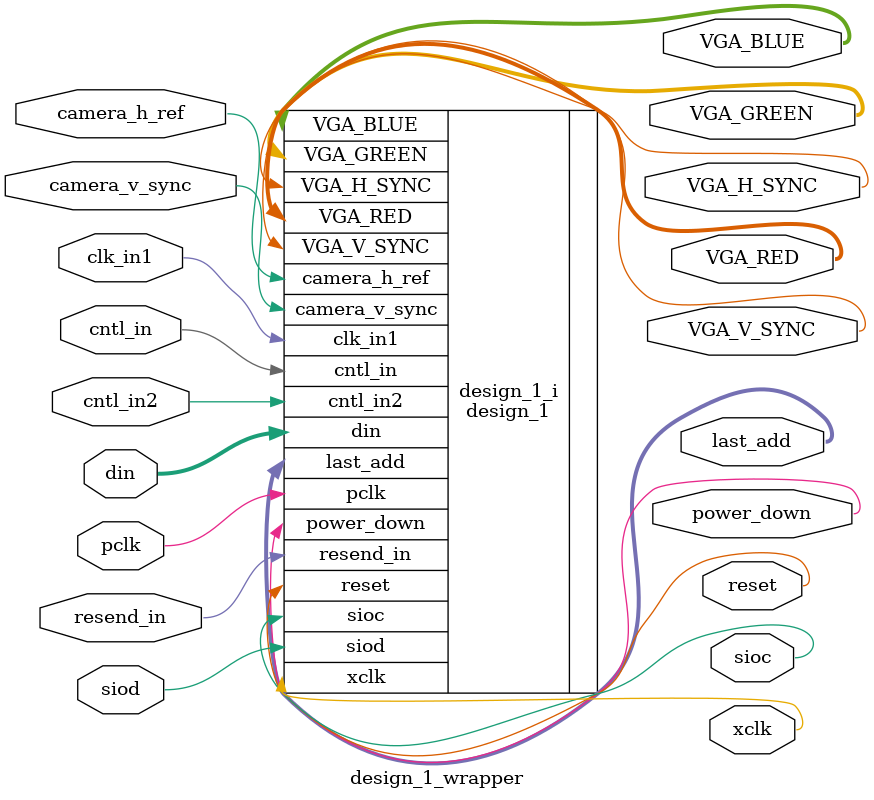
<source format=v>
`timescale 1 ps / 1 ps

module design_1_wrapper
   (VGA_BLUE,
    VGA_GREEN,
    VGA_H_SYNC,
    VGA_RED,
    VGA_V_SYNC,
    camera_h_ref,
    camera_v_sync,
    clk_in1,
    cntl_in,
    cntl_in2,
    din,
    last_add,
    pclk,
    power_down,
    resend_in,
    reset,
    sioc,
    siod,
    xclk);
  output [3:0]VGA_BLUE;
  output [3:0]VGA_GREEN;
  output VGA_H_SYNC;
  output [3:0]VGA_RED;
  output VGA_V_SYNC;
  input camera_h_ref;
  input camera_v_sync;
  input clk_in1;
  input cntl_in;
  input cntl_in2;
  input [7:0]din;
  output [17:0]last_add;
  input pclk;
  output power_down;
  input resend_in;
  output reset;
  output sioc;
  inout siod;
  output xclk;

  wire [3:0]VGA_BLUE;
  wire [3:0]VGA_GREEN;
  wire VGA_H_SYNC;
  wire [3:0]VGA_RED;
  wire VGA_V_SYNC;
  wire camera_h_ref;
  wire camera_v_sync;
  wire clk_in1;
  wire cntl_in;
  wire cntl_in2;
  wire [7:0]din;
  wire [17:0]last_add;
  wire pclk;
  wire power_down;
  wire resend_in;
  wire reset;
  wire sioc;
  wire siod;
  wire xclk;

  design_1 design_1_i
       (.VGA_BLUE(VGA_BLUE),
        .VGA_GREEN(VGA_GREEN),
        .VGA_H_SYNC(VGA_H_SYNC),
        .VGA_RED(VGA_RED),
        .VGA_V_SYNC(VGA_V_SYNC),
        .camera_h_ref(camera_h_ref),
        .camera_v_sync(camera_v_sync),
        .clk_in1(clk_in1),
        .cntl_in(cntl_in),
        .cntl_in2(cntl_in2),
        .din(din),
        .last_add(last_add),
        .pclk(pclk),
        .power_down(power_down),
        .resend_in(resend_in),
        .reset(reset),
        .sioc(sioc),
        .siod(siod),
        .xclk(xclk));
endmodule

</source>
